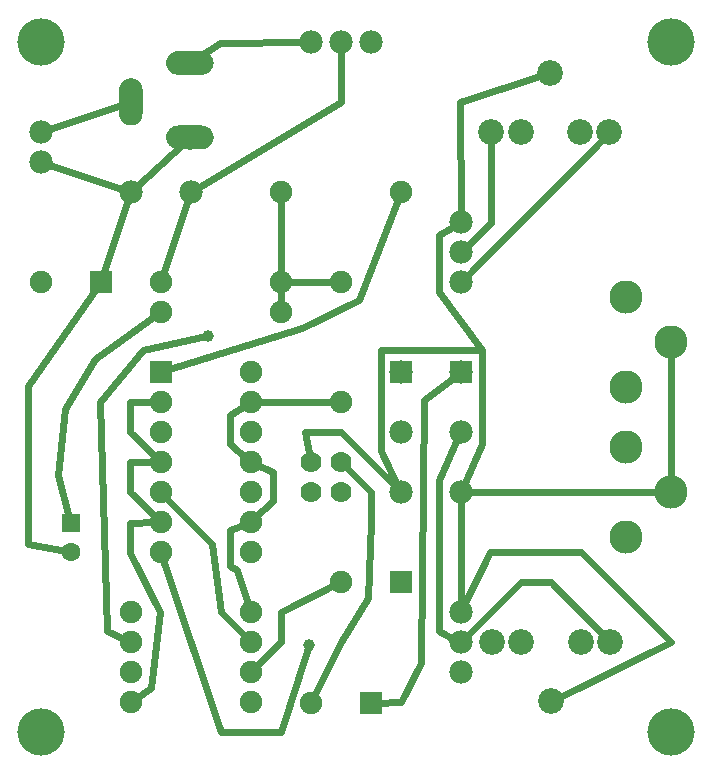
<source format=gbl>
G04 MADE WITH FRITZING*
G04 WWW.FRITZING.ORG*
G04 DOUBLE SIDED*
G04 HOLES PLATED*
G04 CONTOUR ON CENTER OF CONTOUR VECTOR*
%ASAXBY*%
%FSLAX23Y23*%
%MOIN*%
%OFA0B0*%
%SFA1.0B1.0*%
%ADD10C,0.110551*%
%ADD11C,0.078000*%
%ADD12C,0.086000*%
%ADD13C,0.078740*%
%ADD14C,0.062992*%
%ADD15C,0.039370*%
%ADD16C,0.075000*%
%ADD17C,0.070000*%
%ADD18C,0.157480*%
%ADD19R,0.062992X0.062992*%
%ADD20R,0.075000X0.075000*%
%ADD21R,0.078000X0.078000*%
%ADD22C,0.024000*%
%ADD23R,0.001000X0.001000*%
%LNCOPPER0*%
G90*
G70*
G54D10*
X2244Y972D03*
X2094Y822D03*
X2094Y1122D03*
X2244Y1472D03*
X2094Y1322D03*
X2094Y1622D03*
G54D11*
X144Y2172D03*
X144Y2072D03*
X1044Y2472D03*
X1144Y2472D03*
X1244Y2472D03*
G54D12*
X1846Y275D03*
X1747Y472D03*
X1649Y472D03*
X1944Y472D03*
X2043Y472D03*
X1843Y2368D03*
X1941Y2172D03*
X2040Y2172D03*
X1744Y2172D03*
X1646Y2172D03*
G54D13*
X641Y2153D03*
X641Y2402D03*
X444Y2272D03*
G54D14*
X244Y870D03*
X244Y772D03*
G54D15*
X1039Y461D03*
X703Y1493D03*
G54D16*
X544Y1372D03*
X844Y1372D03*
X544Y1272D03*
X844Y1272D03*
X544Y1172D03*
X844Y1172D03*
X544Y1072D03*
X844Y1072D03*
X544Y972D03*
X844Y972D03*
X544Y872D03*
X844Y872D03*
X544Y772D03*
X844Y772D03*
X944Y1972D03*
X1344Y1972D03*
X1144Y1672D03*
X1144Y1272D03*
X544Y1672D03*
X944Y1672D03*
X444Y372D03*
X844Y372D03*
X544Y1572D03*
X944Y1572D03*
X444Y572D03*
X844Y572D03*
X444Y272D03*
X844Y272D03*
X444Y472D03*
X844Y472D03*
G54D17*
X1044Y972D03*
X1145Y972D03*
X1044Y1072D03*
X1145Y1072D03*
G54D16*
X344Y1672D03*
X144Y1672D03*
X1344Y672D03*
X1144Y672D03*
X1245Y270D03*
X1045Y270D03*
G54D11*
X1544Y1372D03*
X1544Y1172D03*
X1544Y972D03*
X1344Y1372D03*
X1344Y1172D03*
X1344Y972D03*
X1544Y572D03*
X1544Y472D03*
X1544Y372D03*
X1544Y1872D03*
X1544Y1772D03*
X1544Y1672D03*
X444Y1972D03*
X644Y1972D03*
G54D18*
X144Y172D03*
X2244Y172D03*
X144Y2472D03*
X2244Y2472D03*
G54D19*
X244Y870D03*
G54D20*
X544Y1372D03*
X344Y1672D03*
X1344Y672D03*
X1245Y270D03*
G54D21*
X1544Y1372D03*
X1344Y1372D03*
G54D22*
X2022Y2153D02*
X1558Y1685D01*
D02*
X1646Y2146D02*
X1644Y1870D01*
D02*
X1644Y1870D02*
X1558Y1785D01*
D02*
X1844Y673D02*
X1745Y673D01*
D02*
X2025Y490D02*
X1844Y673D01*
D02*
X1745Y673D02*
X1558Y485D01*
D02*
X2199Y972D02*
X1563Y972D01*
D02*
X2244Y1426D02*
X2244Y1017D01*
D02*
X438Y1954D02*
X350Y1688D01*
D02*
X458Y1984D02*
X627Y2140D01*
D02*
X426Y1978D02*
X162Y2066D01*
D02*
X426Y2265D02*
X162Y2178D01*
D02*
X1025Y2472D02*
X743Y2470D01*
D02*
X743Y2470D02*
X657Y2413D01*
D02*
X1145Y2272D02*
X661Y1981D01*
D02*
X1144Y2453D02*
X1145Y2272D01*
D02*
X1543Y2273D02*
X1544Y1891D01*
D02*
X1818Y2361D02*
X1543Y2273D01*
D02*
X1544Y591D02*
X1544Y953D01*
D02*
X1946Y771D02*
X1643Y771D01*
D02*
X2245Y473D02*
X1946Y771D01*
D02*
X1643Y771D02*
X1553Y589D01*
D02*
X1869Y286D02*
X2245Y473D01*
D02*
X944Y1954D02*
X944Y1689D01*
D02*
X944Y1589D02*
X944Y1654D01*
D02*
X201Y1030D02*
X227Y1248D01*
D02*
X240Y885D02*
X201Y1030D01*
D02*
X327Y1414D02*
X530Y1561D01*
D02*
X227Y1248D02*
X327Y1414D01*
D02*
X1529Y1360D02*
X1423Y1277D01*
D02*
X1423Y1277D02*
X1412Y402D01*
D02*
X1345Y272D02*
X1263Y270D01*
D02*
X1412Y402D02*
X1345Y272D01*
D02*
X944Y573D02*
X1129Y664D01*
D02*
X944Y473D02*
X944Y573D01*
D02*
X857Y384D02*
X944Y473D01*
D02*
X550Y1688D02*
X638Y1954D01*
D02*
X1536Y1154D02*
X1471Y1013D01*
D02*
X1471Y1013D02*
X1471Y509D01*
D02*
X1471Y509D02*
X1527Y480D01*
D02*
X532Y884D02*
X443Y971D01*
D02*
X443Y971D02*
X443Y1071D01*
D02*
X443Y1071D02*
X527Y1071D01*
D02*
X527Y1272D02*
X443Y1271D01*
D02*
X443Y1271D02*
X443Y1171D01*
D02*
X443Y1171D02*
X532Y1084D01*
D02*
X459Y281D02*
X511Y317D01*
D02*
X511Y317D02*
X543Y573D01*
D02*
X543Y573D02*
X443Y770D01*
D02*
X443Y770D02*
X443Y870D01*
D02*
X443Y870D02*
X527Y871D01*
D02*
X831Y1083D02*
X775Y1133D01*
D02*
X775Y1133D02*
X775Y1229D01*
D02*
X775Y1229D02*
X829Y1262D01*
D02*
X857Y884D02*
X919Y941D01*
D02*
X919Y941D02*
X919Y1037D01*
D02*
X919Y1037D02*
X860Y1064D01*
D02*
X1127Y1272D02*
X862Y1272D01*
D02*
X839Y588D02*
X799Y713D01*
D02*
X799Y713D02*
X775Y725D01*
D02*
X775Y725D02*
X775Y845D01*
D02*
X775Y845D02*
X828Y865D01*
D02*
X1127Y1672D02*
X962Y1672D01*
D02*
X1244Y971D02*
X1244Y871D01*
D02*
X1155Y1061D02*
X1244Y971D01*
D02*
X1244Y871D02*
X1236Y617D01*
D02*
X1144Y473D02*
X1053Y286D01*
D02*
X1144Y473D02*
X1144Y473D01*
D02*
X1236Y617D02*
X1144Y473D01*
D02*
X832Y484D02*
X744Y573D01*
D02*
X744Y573D02*
X715Y797D01*
D02*
X715Y797D02*
X557Y959D01*
D02*
X1338Y1955D02*
X1207Y1613D01*
D02*
X1207Y1613D02*
X1015Y1517D01*
D02*
X1015Y1517D02*
X561Y1377D01*
D02*
X1331Y985D02*
X1144Y1171D01*
D02*
X1144Y1171D02*
X1024Y1171D01*
D02*
X1024Y1171D02*
X1041Y1086D01*
D02*
X1552Y989D02*
X1615Y1133D01*
D02*
X1615Y1133D02*
X1615Y1445D01*
D02*
X1615Y1445D02*
X1279Y1445D01*
D02*
X1279Y1445D02*
X1279Y1109D01*
D02*
X1279Y1109D02*
X1336Y989D01*
D02*
X550Y755D02*
X744Y172D01*
D02*
X744Y172D02*
X944Y172D01*
D02*
X944Y172D02*
X1036Y453D01*
D02*
X1528Y1862D02*
X1471Y1829D01*
D02*
X1471Y1829D02*
X1471Y1637D01*
D02*
X1471Y1637D02*
X1615Y1445D01*
D02*
X334Y1657D02*
X103Y1325D01*
D02*
X103Y1325D02*
X103Y797D01*
D02*
X103Y797D02*
X229Y774D01*
D02*
X429Y479D02*
X367Y509D01*
D02*
X367Y509D02*
X343Y1271D01*
D02*
X343Y1271D02*
X487Y1445D01*
D02*
X487Y1445D02*
X695Y1491D01*
G54D23*
X601Y2441D02*
X682Y2441D01*
X594Y2440D02*
X689Y2440D01*
X590Y2439D02*
X693Y2439D01*
X587Y2438D02*
X696Y2438D01*
X585Y2437D02*
X698Y2437D01*
X583Y2436D02*
X700Y2436D01*
X582Y2435D02*
X701Y2435D01*
X580Y2434D02*
X703Y2434D01*
X579Y2433D02*
X704Y2433D01*
X578Y2432D02*
X706Y2432D01*
X576Y2431D02*
X707Y2431D01*
X575Y2430D02*
X708Y2430D01*
X574Y2429D02*
X709Y2429D01*
X573Y2428D02*
X710Y2428D01*
X573Y2427D02*
X711Y2427D01*
X572Y2426D02*
X711Y2426D01*
X571Y2425D02*
X712Y2425D01*
X570Y2424D02*
X713Y2424D01*
X570Y2423D02*
X713Y2423D01*
X569Y2422D02*
X714Y2422D01*
X568Y2421D02*
X637Y2421D01*
X646Y2421D02*
X715Y2421D01*
X568Y2420D02*
X634Y2420D01*
X649Y2420D02*
X715Y2420D01*
X567Y2419D02*
X632Y2419D01*
X651Y2419D02*
X716Y2419D01*
X567Y2418D02*
X630Y2418D01*
X653Y2418D02*
X716Y2418D01*
X566Y2417D02*
X629Y2417D01*
X654Y2417D02*
X717Y2417D01*
X566Y2416D02*
X628Y2416D01*
X655Y2416D02*
X717Y2416D01*
X566Y2415D02*
X627Y2415D01*
X656Y2415D02*
X717Y2415D01*
X565Y2414D02*
X626Y2414D01*
X657Y2414D02*
X718Y2414D01*
X565Y2413D02*
X625Y2413D01*
X658Y2413D02*
X718Y2413D01*
X565Y2412D02*
X624Y2412D01*
X659Y2412D02*
X718Y2412D01*
X564Y2411D02*
X624Y2411D01*
X659Y2411D02*
X719Y2411D01*
X564Y2410D02*
X623Y2410D01*
X660Y2410D02*
X719Y2410D01*
X564Y2409D02*
X623Y2409D01*
X660Y2409D02*
X719Y2409D01*
X564Y2408D02*
X622Y2408D01*
X661Y2408D02*
X719Y2408D01*
X564Y2407D02*
X622Y2407D01*
X661Y2407D02*
X719Y2407D01*
X564Y2406D02*
X622Y2406D01*
X661Y2406D02*
X720Y2406D01*
X563Y2405D02*
X622Y2405D01*
X661Y2405D02*
X720Y2405D01*
X563Y2404D02*
X622Y2404D01*
X661Y2404D02*
X720Y2404D01*
X563Y2403D02*
X621Y2403D01*
X662Y2403D02*
X720Y2403D01*
X563Y2402D02*
X621Y2402D01*
X662Y2402D02*
X720Y2402D01*
X563Y2401D02*
X621Y2401D01*
X662Y2401D02*
X720Y2401D01*
X563Y2400D02*
X622Y2400D01*
X662Y2400D02*
X720Y2400D01*
X563Y2399D02*
X622Y2399D01*
X661Y2399D02*
X720Y2399D01*
X563Y2398D02*
X622Y2398D01*
X661Y2398D02*
X720Y2398D01*
X564Y2397D02*
X622Y2397D01*
X661Y2397D02*
X719Y2397D01*
X564Y2396D02*
X622Y2396D01*
X661Y2396D02*
X719Y2396D01*
X564Y2395D02*
X623Y2395D01*
X660Y2395D02*
X719Y2395D01*
X564Y2394D02*
X623Y2394D01*
X660Y2394D02*
X719Y2394D01*
X564Y2393D02*
X623Y2393D01*
X660Y2393D02*
X719Y2393D01*
X565Y2392D02*
X624Y2392D01*
X659Y2392D02*
X719Y2392D01*
X565Y2391D02*
X625Y2391D01*
X659Y2391D02*
X718Y2391D01*
X565Y2390D02*
X625Y2390D01*
X658Y2390D02*
X718Y2390D01*
X565Y2389D02*
X626Y2389D01*
X657Y2389D02*
X718Y2389D01*
X566Y2388D02*
X627Y2388D01*
X656Y2388D02*
X717Y2388D01*
X566Y2387D02*
X628Y2387D01*
X655Y2387D02*
X717Y2387D01*
X567Y2386D02*
X629Y2386D01*
X654Y2386D02*
X716Y2386D01*
X567Y2385D02*
X631Y2385D01*
X652Y2385D02*
X716Y2385D01*
X568Y2384D02*
X633Y2384D01*
X650Y2384D02*
X716Y2384D01*
X568Y2383D02*
X635Y2383D01*
X648Y2383D02*
X715Y2383D01*
X569Y2382D02*
X714Y2382D01*
X569Y2381D02*
X714Y2381D01*
X570Y2380D02*
X713Y2380D01*
X571Y2379D02*
X713Y2379D01*
X571Y2378D02*
X712Y2378D01*
X572Y2377D02*
X711Y2377D01*
X573Y2376D02*
X710Y2376D01*
X574Y2375D02*
X709Y2375D01*
X575Y2374D02*
X708Y2374D01*
X576Y2373D02*
X707Y2373D01*
X577Y2372D02*
X706Y2372D01*
X578Y2371D02*
X705Y2371D01*
X579Y2370D02*
X704Y2370D01*
X581Y2369D02*
X702Y2369D01*
X582Y2368D02*
X701Y2368D01*
X584Y2367D02*
X699Y2367D01*
X586Y2366D02*
X697Y2366D01*
X589Y2365D02*
X695Y2365D01*
X591Y2364D02*
X692Y2364D01*
X596Y2363D02*
X688Y2363D01*
X439Y2350D02*
X450Y2350D01*
X434Y2349D02*
X455Y2349D01*
X431Y2348D02*
X458Y2348D01*
X429Y2347D02*
X460Y2347D01*
X427Y2346D02*
X463Y2346D01*
X425Y2345D02*
X464Y2345D01*
X424Y2344D02*
X466Y2344D01*
X422Y2343D02*
X467Y2343D01*
X421Y2342D02*
X469Y2342D01*
X420Y2341D02*
X470Y2341D01*
X418Y2340D02*
X471Y2340D01*
X417Y2339D02*
X472Y2339D01*
X416Y2338D02*
X473Y2338D01*
X416Y2337D02*
X474Y2337D01*
X415Y2336D02*
X475Y2336D01*
X414Y2335D02*
X476Y2335D01*
X413Y2334D02*
X476Y2334D01*
X412Y2333D02*
X477Y2333D01*
X412Y2332D02*
X478Y2332D01*
X411Y2331D02*
X478Y2331D01*
X411Y2330D02*
X479Y2330D01*
X410Y2329D02*
X479Y2329D01*
X410Y2328D02*
X480Y2328D01*
X409Y2327D02*
X480Y2327D01*
X409Y2326D02*
X481Y2326D01*
X408Y2325D02*
X481Y2325D01*
X408Y2324D02*
X481Y2324D01*
X408Y2323D02*
X482Y2323D01*
X407Y2322D02*
X482Y2322D01*
X407Y2321D02*
X482Y2321D01*
X407Y2320D02*
X483Y2320D01*
X407Y2319D02*
X483Y2319D01*
X406Y2318D02*
X483Y2318D01*
X406Y2317D02*
X483Y2317D01*
X406Y2316D02*
X483Y2316D01*
X406Y2315D02*
X483Y2315D01*
X406Y2314D02*
X483Y2314D01*
X406Y2313D02*
X484Y2313D01*
X406Y2312D02*
X484Y2312D01*
X406Y2311D02*
X484Y2311D01*
X406Y2310D02*
X484Y2310D01*
X406Y2309D02*
X484Y2309D01*
X406Y2308D02*
X484Y2308D01*
X406Y2307D02*
X484Y2307D01*
X406Y2306D02*
X484Y2306D01*
X406Y2305D02*
X484Y2305D01*
X406Y2304D02*
X484Y2304D01*
X406Y2303D02*
X484Y2303D01*
X406Y2302D02*
X484Y2302D01*
X406Y2301D02*
X484Y2301D01*
X406Y2300D02*
X484Y2300D01*
X406Y2299D02*
X484Y2299D01*
X406Y2298D02*
X484Y2298D01*
X406Y2297D02*
X484Y2297D01*
X406Y2296D02*
X484Y2296D01*
X406Y2295D02*
X484Y2295D01*
X406Y2294D02*
X484Y2294D01*
X406Y2293D02*
X484Y2293D01*
X406Y2292D02*
X484Y2292D01*
X406Y2291D02*
X440Y2291D01*
X449Y2291D02*
X484Y2291D01*
X406Y2290D02*
X437Y2290D01*
X453Y2290D02*
X484Y2290D01*
X406Y2289D02*
X435Y2289D01*
X455Y2289D02*
X484Y2289D01*
X406Y2288D02*
X433Y2288D01*
X456Y2288D02*
X484Y2288D01*
X406Y2287D02*
X432Y2287D01*
X458Y2287D02*
X484Y2287D01*
X406Y2286D02*
X431Y2286D01*
X459Y2286D02*
X484Y2286D01*
X406Y2285D02*
X430Y2285D01*
X460Y2285D02*
X484Y2285D01*
X406Y2284D02*
X429Y2284D01*
X461Y2284D02*
X484Y2284D01*
X406Y2283D02*
X428Y2283D01*
X461Y2283D02*
X484Y2283D01*
X406Y2282D02*
X427Y2282D01*
X462Y2282D02*
X484Y2282D01*
X406Y2281D02*
X427Y2281D01*
X463Y2281D02*
X484Y2281D01*
X406Y2280D02*
X426Y2280D01*
X463Y2280D02*
X484Y2280D01*
X406Y2279D02*
X426Y2279D01*
X463Y2279D02*
X484Y2279D01*
X406Y2278D02*
X426Y2278D01*
X464Y2278D02*
X484Y2278D01*
X406Y2277D02*
X425Y2277D01*
X464Y2277D02*
X484Y2277D01*
X406Y2276D02*
X425Y2276D01*
X464Y2276D02*
X484Y2276D01*
X406Y2275D02*
X425Y2275D01*
X465Y2275D02*
X484Y2275D01*
X406Y2274D02*
X425Y2274D01*
X465Y2274D02*
X484Y2274D01*
X406Y2273D02*
X425Y2273D01*
X465Y2273D02*
X484Y2273D01*
X406Y2272D02*
X425Y2272D01*
X465Y2272D02*
X484Y2272D01*
X406Y2271D02*
X425Y2271D01*
X465Y2271D02*
X484Y2271D01*
X406Y2270D02*
X425Y2270D01*
X465Y2270D02*
X484Y2270D01*
X406Y2269D02*
X425Y2269D01*
X465Y2269D02*
X484Y2269D01*
X406Y2268D02*
X425Y2268D01*
X465Y2268D02*
X484Y2268D01*
X406Y2267D02*
X425Y2267D01*
X464Y2267D02*
X484Y2267D01*
X406Y2266D02*
X426Y2266D01*
X464Y2266D02*
X484Y2266D01*
X406Y2265D02*
X426Y2265D01*
X464Y2265D02*
X484Y2265D01*
X406Y2264D02*
X426Y2264D01*
X463Y2264D02*
X484Y2264D01*
X406Y2263D02*
X427Y2263D01*
X463Y2263D02*
X484Y2263D01*
X406Y2262D02*
X427Y2262D01*
X462Y2262D02*
X484Y2262D01*
X406Y2261D02*
X428Y2261D01*
X462Y2261D02*
X484Y2261D01*
X406Y2260D02*
X429Y2260D01*
X461Y2260D02*
X484Y2260D01*
X406Y2259D02*
X429Y2259D01*
X460Y2259D02*
X484Y2259D01*
X406Y2258D02*
X430Y2258D01*
X459Y2258D02*
X484Y2258D01*
X406Y2257D02*
X431Y2257D01*
X458Y2257D02*
X484Y2257D01*
X406Y2256D02*
X433Y2256D01*
X457Y2256D02*
X484Y2256D01*
X406Y2255D02*
X434Y2255D01*
X455Y2255D02*
X484Y2255D01*
X406Y2254D02*
X436Y2254D01*
X454Y2254D02*
X484Y2254D01*
X406Y2253D02*
X439Y2253D01*
X451Y2253D02*
X484Y2253D01*
X406Y2252D02*
X484Y2252D01*
X406Y2251D02*
X484Y2251D01*
X406Y2250D02*
X484Y2250D01*
X406Y2249D02*
X484Y2249D01*
X406Y2248D02*
X484Y2248D01*
X406Y2247D02*
X484Y2247D01*
X406Y2246D02*
X484Y2246D01*
X406Y2245D02*
X484Y2245D01*
X406Y2244D02*
X484Y2244D01*
X406Y2243D02*
X484Y2243D01*
X406Y2242D02*
X484Y2242D01*
X406Y2241D02*
X484Y2241D01*
X406Y2240D02*
X484Y2240D01*
X406Y2239D02*
X484Y2239D01*
X406Y2238D02*
X484Y2238D01*
X406Y2237D02*
X484Y2237D01*
X406Y2236D02*
X484Y2236D01*
X406Y2235D02*
X484Y2235D01*
X406Y2234D02*
X484Y2234D01*
X406Y2233D02*
X484Y2233D01*
X406Y2232D02*
X484Y2232D01*
X406Y2231D02*
X484Y2231D01*
X406Y2230D02*
X483Y2230D01*
X406Y2229D02*
X483Y2229D01*
X406Y2228D02*
X483Y2228D01*
X406Y2227D02*
X483Y2227D01*
X406Y2226D02*
X483Y2226D01*
X407Y2225D02*
X483Y2225D01*
X407Y2224D02*
X483Y2224D01*
X407Y2223D02*
X482Y2223D01*
X407Y2222D02*
X482Y2222D01*
X408Y2221D02*
X482Y2221D01*
X408Y2220D02*
X482Y2220D01*
X408Y2219D02*
X481Y2219D01*
X409Y2218D02*
X481Y2218D01*
X409Y2217D02*
X480Y2217D01*
X409Y2216D02*
X480Y2216D01*
X410Y2215D02*
X479Y2215D01*
X410Y2214D02*
X479Y2214D01*
X411Y2213D02*
X478Y2213D01*
X412Y2212D02*
X478Y2212D01*
X412Y2211D02*
X477Y2211D01*
X413Y2210D02*
X477Y2210D01*
X414Y2209D02*
X476Y2209D01*
X414Y2208D02*
X475Y2208D01*
X415Y2207D02*
X474Y2207D01*
X416Y2206D02*
X473Y2206D01*
X417Y2205D02*
X472Y2205D01*
X418Y2204D02*
X471Y2204D01*
X419Y2203D02*
X470Y2203D01*
X420Y2202D02*
X469Y2202D01*
X422Y2201D02*
X468Y2201D01*
X423Y2200D02*
X467Y2200D01*
X425Y2199D02*
X465Y2199D01*
X426Y2198D02*
X463Y2198D01*
X428Y2197D02*
X461Y2197D01*
X430Y2196D02*
X459Y2196D01*
X433Y2195D02*
X456Y2195D01*
X437Y2194D02*
X453Y2194D01*
X601Y2193D02*
X682Y2193D01*
X594Y2192D02*
X689Y2192D01*
X590Y2191D02*
X693Y2191D01*
X587Y2190D02*
X696Y2190D01*
X585Y2189D02*
X698Y2189D01*
X583Y2188D02*
X700Y2188D01*
X582Y2187D02*
X701Y2187D01*
X580Y2186D02*
X703Y2186D01*
X579Y2185D02*
X704Y2185D01*
X578Y2184D02*
X706Y2184D01*
X576Y2183D02*
X707Y2183D01*
X575Y2182D02*
X708Y2182D01*
X574Y2181D02*
X709Y2181D01*
X573Y2180D02*
X710Y2180D01*
X573Y2179D02*
X711Y2179D01*
X572Y2178D02*
X711Y2178D01*
X571Y2177D02*
X712Y2177D01*
X570Y2176D02*
X713Y2176D01*
X570Y2175D02*
X713Y2175D01*
X569Y2174D02*
X714Y2174D01*
X568Y2173D02*
X637Y2173D01*
X646Y2173D02*
X715Y2173D01*
X568Y2172D02*
X634Y2172D01*
X649Y2172D02*
X715Y2172D01*
X567Y2171D02*
X632Y2171D01*
X651Y2171D02*
X716Y2171D01*
X567Y2170D02*
X630Y2170D01*
X653Y2170D02*
X716Y2170D01*
X566Y2169D02*
X629Y2169D01*
X654Y2169D02*
X717Y2169D01*
X566Y2168D02*
X628Y2168D01*
X655Y2168D02*
X717Y2168D01*
X566Y2167D02*
X627Y2167D01*
X656Y2167D02*
X717Y2167D01*
X565Y2166D02*
X626Y2166D01*
X657Y2166D02*
X718Y2166D01*
X565Y2165D02*
X625Y2165D01*
X658Y2165D02*
X718Y2165D01*
X565Y2164D02*
X624Y2164D01*
X659Y2164D02*
X718Y2164D01*
X564Y2163D02*
X624Y2163D01*
X659Y2163D02*
X719Y2163D01*
X564Y2162D02*
X623Y2162D01*
X660Y2162D02*
X719Y2162D01*
X564Y2161D02*
X623Y2161D01*
X660Y2161D02*
X719Y2161D01*
X564Y2160D02*
X622Y2160D01*
X661Y2160D02*
X719Y2160D01*
X564Y2159D02*
X622Y2159D01*
X661Y2159D02*
X719Y2159D01*
X564Y2158D02*
X622Y2158D01*
X661Y2158D02*
X720Y2158D01*
X563Y2157D02*
X622Y2157D01*
X661Y2157D02*
X720Y2157D01*
X563Y2156D02*
X622Y2156D01*
X661Y2156D02*
X720Y2156D01*
X563Y2155D02*
X621Y2155D01*
X662Y2155D02*
X720Y2155D01*
X563Y2154D02*
X621Y2154D01*
X662Y2154D02*
X720Y2154D01*
X563Y2153D02*
X621Y2153D01*
X662Y2153D02*
X720Y2153D01*
X563Y2152D02*
X622Y2152D01*
X662Y2152D02*
X720Y2152D01*
X563Y2151D02*
X622Y2151D01*
X661Y2151D02*
X720Y2151D01*
X563Y2150D02*
X622Y2150D01*
X661Y2150D02*
X720Y2150D01*
X564Y2149D02*
X622Y2149D01*
X661Y2149D02*
X719Y2149D01*
X564Y2148D02*
X622Y2148D01*
X661Y2148D02*
X719Y2148D01*
X564Y2147D02*
X623Y2147D01*
X660Y2147D02*
X719Y2147D01*
X564Y2146D02*
X623Y2146D01*
X660Y2146D02*
X719Y2146D01*
X564Y2145D02*
X623Y2145D01*
X660Y2145D02*
X719Y2145D01*
X565Y2144D02*
X624Y2144D01*
X659Y2144D02*
X719Y2144D01*
X565Y2143D02*
X625Y2143D01*
X659Y2143D02*
X718Y2143D01*
X565Y2142D02*
X625Y2142D01*
X658Y2142D02*
X718Y2142D01*
X565Y2141D02*
X626Y2141D01*
X657Y2141D02*
X718Y2141D01*
X566Y2140D02*
X627Y2140D01*
X656Y2140D02*
X717Y2140D01*
X566Y2139D02*
X628Y2139D01*
X655Y2139D02*
X717Y2139D01*
X567Y2138D02*
X629Y2138D01*
X654Y2138D02*
X716Y2138D01*
X567Y2137D02*
X631Y2137D01*
X652Y2137D02*
X716Y2137D01*
X568Y2136D02*
X633Y2136D01*
X650Y2136D02*
X716Y2136D01*
X568Y2135D02*
X635Y2135D01*
X648Y2135D02*
X715Y2135D01*
X569Y2134D02*
X714Y2134D01*
X569Y2133D02*
X714Y2133D01*
X570Y2132D02*
X713Y2132D01*
X571Y2131D02*
X713Y2131D01*
X571Y2130D02*
X712Y2130D01*
X572Y2129D02*
X711Y2129D01*
X573Y2128D02*
X710Y2128D01*
X574Y2127D02*
X709Y2127D01*
X575Y2126D02*
X708Y2126D01*
X576Y2125D02*
X707Y2125D01*
X577Y2124D02*
X706Y2124D01*
X578Y2123D02*
X705Y2123D01*
X579Y2122D02*
X704Y2122D01*
X581Y2121D02*
X702Y2121D01*
X582Y2120D02*
X701Y2120D01*
X584Y2119D02*
X699Y2119D01*
X586Y2118D02*
X697Y2118D01*
X589Y2117D02*
X695Y2117D01*
X591Y2116D02*
X692Y2116D01*
X596Y2115D02*
X687Y2115D01*
D02*
G04 End of Copper0*
M02*
</source>
